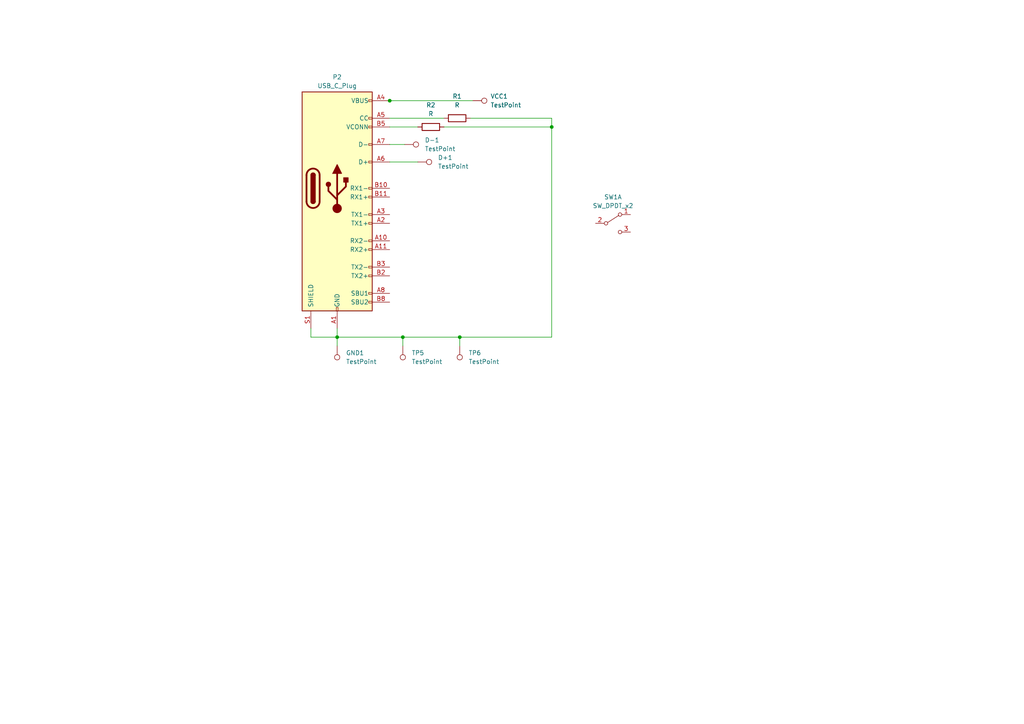
<source format=kicad_sch>
(kicad_sch (version 20230121) (generator eeschema)
  (paper "A4")
  (lib_symbols
    (symbol "Connector:TestPoint" (pin_numbers hide) (pin_names (offset 0.762) hide)
      (property "Reference" "TP" (at 0 6.858 0))
      (property "Value" "TestPoint" (at 0 5.08 0))
      (symbol "TestPoint_0_1"
        (circle (center 0 3.302) (radius 0.762))
      )
      (symbol "TestPoint_1_1"
        (pin passive line (at 0 0 90) (length 2.54) (name "1") (number "1"))
      )
    )
    (symbol "Connector:USB_C_Plug" (pin_names (offset 1.016))
      (property "Reference" "P" (at -10.16 29.21 0))
      (property "Value" "USB_C_Plug" (at 10.16 29.21 0))
      (symbol "USB_C_Plug_0_0"
        (rectangle (start -0.254 -35.56) (end 0.254 -34.544))
        (rectangle (start 10.16 -32.766) (end 9.144 -33.274))
        (rectangle (start 10.16 -30.226) (end 9.144 -30.734))
        (rectangle (start 10.16 -25.146) (end 9.144 -25.654))
        (rectangle (start 10.16 -22.606) (end 9.144 -23.114))
        (rectangle (start 10.16 -17.526) (end 9.144 -18.034))
        (rectangle (start 10.16 -14.986) (end 9.144 -15.494))
        (rectangle (start 10.16 -9.906) (end 9.144 -10.414))
        (rectangle (start 10.16 -7.366) (end 9.144 -7.874))
        (rectangle (start 10.16 -2.286) (end 9.144 -2.794))
        (rectangle (start 10.16 0.254) (end 9.144 -0.254))
        (rectangle (start 10.16 7.874) (end 9.144 7.366))
        (rectangle (start 10.16 12.954) (end 9.144 12.446))
        (rectangle (start 10.16 18.034) (end 9.144 17.526))
        (rectangle (start 10.16 20.574) (end 9.144 20.066))
        (rectangle (start 10.16 25.654) (end 9.144 25.146))
      )
      (symbol "USB_C_Plug_0_1"
        (rectangle (start -10.16 27.94) (end 10.16 -35.56) (stroke (width 0.254)) (fill (type background)))
        (arc (start -8.89 -3.81) (mid -6.985 -5.7067) (end -5.08 -3.81) (stroke (width 0.508)))
        (arc (start -7.62 -3.81) (mid -6.985 -4.4423) (end -6.35 -3.81) (stroke (width 0.254)))
        (arc (start -7.62 -3.81) (mid -6.985 -4.4423) (end -6.35 -3.81) (stroke (width 0.254)) (fill (type outline)))
        (rectangle (start -7.62 -3.81) (end -6.35 3.81) (stroke (width 0.254)) (fill (type outline)))
        (arc (start -6.35 3.81) (mid -6.985 4.4423) (end -7.62 3.81) (stroke (width 0.254)))
        (arc (start -6.35 3.81) (mid -6.985 4.4423) (end -7.62 3.81) (stroke (width 0.254)) (fill (type outline)))
        (arc (start -5.08 3.81) (mid -6.985 5.7067) (end -8.89 3.81) (stroke (width 0.508)))
        (polyline (pts (xy -8.89 -3.81) (xy -8.89 3.81)) (stroke (width 0.508)))
        (polyline (pts (xy -5.08 3.81) (xy -5.08 -3.81)) (stroke (width 0.508)))
      )
      (symbol "USB_C_Plug_1_1"
        (circle (center -2.54 1.143) (radius 0.635) (stroke (width 0.254)) (fill (type outline)))
        (circle (center 0 -5.842) (radius 1.27) (fill (type outline)))
        (polyline (pts (xy 0 -5.842) (xy 0 4.318)) (stroke (width 0.508)))
        (polyline (pts (xy 0 -3.302) (xy -2.54 -0.762) (xy -2.54 0.508)) (stroke (width 0.508)))
        (polyline (pts (xy 0 -2.032) (xy 2.54 0.508) (xy 2.54 1.778)) (stroke (width 0.508)))
        (polyline (pts (xy -1.27 4.318) (xy 0 6.858) (xy 1.27 4.318) (xy -1.27 4.318)) (stroke (width 0.254)) (fill (type outline)))
        (rectangle (start 1.905 1.778) (end 3.175 3.048) (stroke (width 0.254)) (fill (type outline)))
        (pin passive line (at 0 -40.64 90) (length 5.08) (name "GND") (number "A1"))
        (pin bidirectional line (at 15.24 -15.24 180) (length 5.08) (name "RX2-") (number "A10"))
        (pin bidirectional line (at 15.24 -17.78 180) (length 5.08) (name "RX2+") (number "A11"))
        (pin passive line (at 0 -40.64 90) (length 5.08) hide (name "GND") (number "A12"))
        (pin bidirectional line (at 15.24 -10.16 180) (length 5.08) (name "TX1+") (number "A2"))
        (pin bidirectional line (at 15.24 -7.62 180) (length 5.08) (name "TX1-") (number "A3"))
        (pin passive line (at 15.24 25.4 180) (length 5.08) (name "VBUS") (number "A4"))
        (pin bidirectional line (at 15.24 20.32 180) (length 5.08) (name "CC") (number "A5"))
        (pin bidirectional line (at 15.24 7.62 180) (length 5.08) (name "D+") (number "A6"))
        (pin bidirectional line (at 15.24 12.7 180) (length 5.08) (name "D-") (number "A7"))
        (pin bidirectional line (at 15.24 -30.48 180) (length 5.08) (name "SBU1") (number "A8"))
        (pin passive line (at 15.24 25.4 180) (length 5.08) hide (name "VBUS") (number "A9"))
        (pin passive line (at 0 -40.64 90) (length 5.08) hide (name "GND") (number "B1"))
        (pin bidirectional line (at 15.24 0 180) (length 5.08) (name "RX1-") (number "B10"))
        (pin bidirectional line (at 15.24 -2.54 180) (length 5.08) (name "RX1+") (number "B11"))
        (pin passive line (at 0 -40.64 90) (length 5.08) hide (name "GND") (number "B12"))
        (pin bidirectional line (at 15.24 -25.4 180) (length 5.08) (name "TX2+") (number "B2"))
        (pin bidirectional line (at 15.24 -22.86 180) (length 5.08) (name "TX2-") (number "B3"))
        (pin passive line (at 15.24 25.4 180) (length 5.08) hide (name "VBUS") (number "B4"))
        (pin bidirectional line (at 15.24 17.78 180) (length 5.08) (name "VCONN") (number "B5"))
        (pin bidirectional line (at 15.24 -33.02 180) (length 5.08) (name "SBU2") (number "B8"))
        (pin passive line (at 15.24 25.4 180) (length 5.08) hide (name "VBUS") (number "B9"))
        (pin passive line (at -7.62 -40.64 90) (length 5.08) (name "SHIELD") (number "S1"))
      )
    )
    (symbol "Device:R" (pin_numbers hide) (pin_names (offset 0))
      (property "Reference" "R" (at 2.032 0 90))
      (property "Value" "R" (at 0 0 90))
      (symbol "R_0_1"
        (rectangle (start -1.016 -2.54) (end 1.016 2.54) (stroke (width 0.254)))
      )
      (symbol "R_1_1"
        (pin passive line (at 0 3.81 270) (length 1.27) (name "~") (number "1"))
        (pin passive line (at 0 -3.81 90) (length 1.27) (name "~") (number "2"))
      )
    )
    (symbol "Switch:SW_DPDT_x2" (pin_names (offset 0) hide)
      (property "Reference" "SW" (at 0 4.318 0))
      (property "Value" "SW_DPDT_x2" (at 0 -5.08 0))
      (symbol "SW_DPDT_x2_0_0"
        (circle (center -2.032 0) (radius 0.508))
        (circle (center 2.032 -2.54) (radius 0.508))
      )
      (symbol "SW_DPDT_x2_0_1"
        (polyline (pts (xy -1.524 0.254) (xy 1.651 2.286)))
        (circle (center 2.032 2.54) (radius 0.508))
      )
      (symbol "SW_DPDT_x2_1_1"
        (pin passive line (at 5.08 2.54 180) (length 2.54) (name "A") (number "1"))
        (pin passive line (at -5.08 0 0) (length 2.54) (name "B") (number "2"))
        (pin passive line (at 5.08 -2.54 180) (length 2.54) (name "C") (number "3"))
      )
      (symbol "SW_DPDT_x2_2_1"
        (pin passive line (at 5.08 2.54 180) (length 2.54) (name "A") (number "4"))
        (pin passive line (at -5.08 0 0) (length 2.54) (name "B") (number "5"))
        (pin passive line (at 5.08 -2.54 180) (length 2.54) (name "C") (number "6"))
      )
    )
  )
  (junction (at 113.03 29.21))
  (junction (at 116.84 97.79))
  (junction (at 133.35 97.79))
  (junction (at 97.79 97.79))
  (junction (at 160.02 36.83))
  (wire (pts (xy 116.84 97.79) (xy 97.79 97.79)))
  (wire (pts (xy 116.84 97.79) (xy 116.84 100.33)))
  (wire (pts (xy 113.03 29.21) (xy 137.16 29.21)))
  (wire (pts (xy 97.79 97.79) (xy 97.79 100.33)))
  (wire (pts (xy 133.35 97.79) (xy 160.02 97.79)))
  (wire (pts (xy 90.17 97.79) (xy 97.79 97.79)))
  (wire (pts (xy 113.03 46.99) (xy 121.158 46.99)))
  (wire (pts (xy 112.776 29.21) (xy 113.03 29.21)))
  (wire (pts (xy 133.35 97.79) (xy 133.35 100.33)))
  (wire (pts (xy 97.79 95.25) (xy 97.79 97.79)))
  (wire (pts (xy 160.02 36.83) (xy 160.02 97.79)))
  (wire (pts (xy 160.02 34.29) (xy 160.02 36.83)))
  (wire (pts (xy 113.03 34.29) (xy 128.778 34.29)))
  (wire (pts (xy 113.03 41.91) (xy 117.348 41.91)))
  (wire (pts (xy 128.778 36.83) (xy 160.02 36.83)))
  (wire (pts (xy 90.17 95.25) (xy 90.17 97.79)))
  (wire (pts (xy 133.35 97.79) (xy 116.84 97.79)))
  (wire (pts (xy 113.03 36.83) (xy 121.158 36.83)))
  (wire (pts (xy 136.398 34.29) (xy 160.02 34.29)))
  (symbol (lib_id "Connector:TestPoint") (at 121.158 46.99 270) (unit 1)
    (property "Reference" "D+1" (at 127 45.72 90) (effects (justify left)))
    (property "Value" "TestPoint" (at 127 48.26 90) (effects (justify left)))
    (property "Footprint" "custom_connectors:1mm_test_point_square_SMD" (effects hide))
  )
  (symbol (lib_id "Switch:SW_DPDT_x2") (at 177.8 64.77 0) (unit 1)
    (property "Reference" "SW1" (at 177.8 57.15 0))
    (property "Value" "SW_DPDT_x2" (at 177.8 59.69 0))
    (property "Footprint" "buttons_custom:even_tinier_smd_slide_switch_custom" (effects hide))
  )
  (symbol (lib_id "Device:R") (at 124.968 36.83 90) (unit 1)
    (property "Reference" "R2" (at 124.968 30.48 90))
    (property "Value" "R" (at 124.968 33.02 90))
    (property "Footprint" "Resistor_SMD:R_0603_1608Metric_Pad0.98x0.95mm_HandSolder" (effects hide))
  )
  (symbol (lib_id "Device:R") (at 132.588 34.29 90) (unit 1)
    (property "Reference" "R1" (at 132.588 27.94 90))
    (property "Value" "R" (at 132.588 30.48 90))
    (property "Footprint" "Resistor_SMD:R_0603_1608Metric_Pad0.98x0.95mm_HandSolder" (effects hide))
  )
  (symbol (lib_id "Connector:TestPoint") (at 137.16 29.21 270) (unit 1)
    (property "Reference" "VCC1" (at 142.24 27.94 90) (effects (justify left)))
    (property "Value" "TestPoint" (at 142.24 30.48 90) (effects (justify left)))
    (property "Footprint" "custom_connectors:1mm_test_point_square_SMD" (effects hide))
  )
  (symbol (lib_id "Connector:TestPoint") (at 133.35 100.33 180) (unit 1)
    (property "Reference" "TP6" (at 135.89 102.362 0) (effects (justify right)))
    (property "Value" "TestPoint" (at 135.89 104.902 0) (effects (justify right)))
    (property "Footprint" "custom_connectors:2mm_4mm_test_point_SMD" (effects hide))
  )
  (symbol (lib_id "Connector:TestPoint") (at 117.348 41.91 270) (unit 1)
    (property "Reference" "D-1" (at 123.19 40.64 90) (effects (justify left)))
    (property "Value" "TestPoint" (at 123.19 43.18 90) (effects (justify left)))
    (property "Footprint" "custom_connectors:1mm_test_point_square_SMD" (effects hide))
  )
  (symbol (lib_id "Connector:USB_C_Plug") (at 97.79 54.61 0) (unit 1)
    (property "Reference" "P2" (at 97.79 22.352 0))
    (property "Value" "USB_C_Plug" (at 97.79 24.892 0))
    (property "Footprint" "usb_custom:USB_C_SMD_USB2" (effects hide))
    (property "Datasheet" "https://www.usb.org/sites/default/files/documents/usb_type-c.zip" (effects hide))
  )
  (symbol (lib_id "Connector:TestPoint") (at 97.79 100.33 180) (unit 1)
    (property "Reference" "GND1" (at 100.33 102.362 0) (effects (justify right)))
    (property "Value" "TestPoint" (at 100.33 104.902 0) (effects (justify right)))
    (property "Footprint" "custom_connectors:1mm_test_point_square_SMD" (effects hide))
  )
  (symbol (lib_id "Connector:TestPoint") (at 116.84 100.33 180) (unit 1)
    (property "Reference" "TP5" (at 119.38 102.362 0) (effects (justify right)))
    (property "Value" "TestPoint" (at 119.38 104.902 0) (effects (justify right)))
    (property "Footprint" "custom_connectors:2mm_4mm_test_point_SMD" (effects hide))
  )
)
</source>
